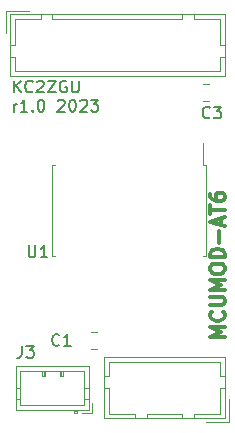
<source format=gbr>
%TF.GenerationSoftware,KiCad,Pcbnew,7.0.2*%
%TF.CreationDate,2023-05-24T14:34:07-04:00*%
%TF.ProjectId,mcumod-at6,6d63756d-6f64-42d6-9174-362e6b696361,rev?*%
%TF.SameCoordinates,Original*%
%TF.FileFunction,Legend,Top*%
%TF.FilePolarity,Positive*%
%FSLAX46Y46*%
G04 Gerber Fmt 4.6, Leading zero omitted, Abs format (unit mm)*
G04 Created by KiCad (PCBNEW 7.0.2) date 2023-05-24 14:34:07*
%MOMM*%
%LPD*%
G01*
G04 APERTURE LIST*
%ADD10C,0.150000*%
%ADD11C,0.300000*%
%ADD12C,0.120000*%
G04 APERTURE END LIST*
D10*
X101238095Y-107007619D02*
X101238095Y-106007619D01*
X101809523Y-107007619D02*
X101380952Y-106436190D01*
X101809523Y-106007619D02*
X101238095Y-106579047D01*
X102809523Y-106912380D02*
X102761904Y-106960000D01*
X102761904Y-106960000D02*
X102619047Y-107007619D01*
X102619047Y-107007619D02*
X102523809Y-107007619D01*
X102523809Y-107007619D02*
X102380952Y-106960000D01*
X102380952Y-106960000D02*
X102285714Y-106864761D01*
X102285714Y-106864761D02*
X102238095Y-106769523D01*
X102238095Y-106769523D02*
X102190476Y-106579047D01*
X102190476Y-106579047D02*
X102190476Y-106436190D01*
X102190476Y-106436190D02*
X102238095Y-106245714D01*
X102238095Y-106245714D02*
X102285714Y-106150476D01*
X102285714Y-106150476D02*
X102380952Y-106055238D01*
X102380952Y-106055238D02*
X102523809Y-106007619D01*
X102523809Y-106007619D02*
X102619047Y-106007619D01*
X102619047Y-106007619D02*
X102761904Y-106055238D01*
X102761904Y-106055238D02*
X102809523Y-106102857D01*
X103190476Y-106102857D02*
X103238095Y-106055238D01*
X103238095Y-106055238D02*
X103333333Y-106007619D01*
X103333333Y-106007619D02*
X103571428Y-106007619D01*
X103571428Y-106007619D02*
X103666666Y-106055238D01*
X103666666Y-106055238D02*
X103714285Y-106102857D01*
X103714285Y-106102857D02*
X103761904Y-106198095D01*
X103761904Y-106198095D02*
X103761904Y-106293333D01*
X103761904Y-106293333D02*
X103714285Y-106436190D01*
X103714285Y-106436190D02*
X103142857Y-107007619D01*
X103142857Y-107007619D02*
X103761904Y-107007619D01*
X104095238Y-106007619D02*
X104761904Y-106007619D01*
X104761904Y-106007619D02*
X104095238Y-107007619D01*
X104095238Y-107007619D02*
X104761904Y-107007619D01*
X105666666Y-106055238D02*
X105571428Y-106007619D01*
X105571428Y-106007619D02*
X105428571Y-106007619D01*
X105428571Y-106007619D02*
X105285714Y-106055238D01*
X105285714Y-106055238D02*
X105190476Y-106150476D01*
X105190476Y-106150476D02*
X105142857Y-106245714D01*
X105142857Y-106245714D02*
X105095238Y-106436190D01*
X105095238Y-106436190D02*
X105095238Y-106579047D01*
X105095238Y-106579047D02*
X105142857Y-106769523D01*
X105142857Y-106769523D02*
X105190476Y-106864761D01*
X105190476Y-106864761D02*
X105285714Y-106960000D01*
X105285714Y-106960000D02*
X105428571Y-107007619D01*
X105428571Y-107007619D02*
X105523809Y-107007619D01*
X105523809Y-107007619D02*
X105666666Y-106960000D01*
X105666666Y-106960000D02*
X105714285Y-106912380D01*
X105714285Y-106912380D02*
X105714285Y-106579047D01*
X105714285Y-106579047D02*
X105523809Y-106579047D01*
X106142857Y-106007619D02*
X106142857Y-106817142D01*
X106142857Y-106817142D02*
X106190476Y-106912380D01*
X106190476Y-106912380D02*
X106238095Y-106960000D01*
X106238095Y-106960000D02*
X106333333Y-107007619D01*
X106333333Y-107007619D02*
X106523809Y-107007619D01*
X106523809Y-107007619D02*
X106619047Y-106960000D01*
X106619047Y-106960000D02*
X106666666Y-106912380D01*
X106666666Y-106912380D02*
X106714285Y-106817142D01*
X106714285Y-106817142D02*
X106714285Y-106007619D01*
X101238095Y-108627619D02*
X101238095Y-107960952D01*
X101238095Y-108151428D02*
X101285714Y-108056190D01*
X101285714Y-108056190D02*
X101333333Y-108008571D01*
X101333333Y-108008571D02*
X101428571Y-107960952D01*
X101428571Y-107960952D02*
X101523809Y-107960952D01*
X102380952Y-108627619D02*
X101809524Y-108627619D01*
X102095238Y-108627619D02*
X102095238Y-107627619D01*
X102095238Y-107627619D02*
X102000000Y-107770476D01*
X102000000Y-107770476D02*
X101904762Y-107865714D01*
X101904762Y-107865714D02*
X101809524Y-107913333D01*
X102809524Y-108532380D02*
X102857143Y-108580000D01*
X102857143Y-108580000D02*
X102809524Y-108627619D01*
X102809524Y-108627619D02*
X102761905Y-108580000D01*
X102761905Y-108580000D02*
X102809524Y-108532380D01*
X102809524Y-108532380D02*
X102809524Y-108627619D01*
X103476190Y-107627619D02*
X103571428Y-107627619D01*
X103571428Y-107627619D02*
X103666666Y-107675238D01*
X103666666Y-107675238D02*
X103714285Y-107722857D01*
X103714285Y-107722857D02*
X103761904Y-107818095D01*
X103761904Y-107818095D02*
X103809523Y-108008571D01*
X103809523Y-108008571D02*
X103809523Y-108246666D01*
X103809523Y-108246666D02*
X103761904Y-108437142D01*
X103761904Y-108437142D02*
X103714285Y-108532380D01*
X103714285Y-108532380D02*
X103666666Y-108580000D01*
X103666666Y-108580000D02*
X103571428Y-108627619D01*
X103571428Y-108627619D02*
X103476190Y-108627619D01*
X103476190Y-108627619D02*
X103380952Y-108580000D01*
X103380952Y-108580000D02*
X103333333Y-108532380D01*
X103333333Y-108532380D02*
X103285714Y-108437142D01*
X103285714Y-108437142D02*
X103238095Y-108246666D01*
X103238095Y-108246666D02*
X103238095Y-108008571D01*
X103238095Y-108008571D02*
X103285714Y-107818095D01*
X103285714Y-107818095D02*
X103333333Y-107722857D01*
X103333333Y-107722857D02*
X103380952Y-107675238D01*
X103380952Y-107675238D02*
X103476190Y-107627619D01*
X104952381Y-107722857D02*
X105000000Y-107675238D01*
X105000000Y-107675238D02*
X105095238Y-107627619D01*
X105095238Y-107627619D02*
X105333333Y-107627619D01*
X105333333Y-107627619D02*
X105428571Y-107675238D01*
X105428571Y-107675238D02*
X105476190Y-107722857D01*
X105476190Y-107722857D02*
X105523809Y-107818095D01*
X105523809Y-107818095D02*
X105523809Y-107913333D01*
X105523809Y-107913333D02*
X105476190Y-108056190D01*
X105476190Y-108056190D02*
X104904762Y-108627619D01*
X104904762Y-108627619D02*
X105523809Y-108627619D01*
X106142857Y-107627619D02*
X106238095Y-107627619D01*
X106238095Y-107627619D02*
X106333333Y-107675238D01*
X106333333Y-107675238D02*
X106380952Y-107722857D01*
X106380952Y-107722857D02*
X106428571Y-107818095D01*
X106428571Y-107818095D02*
X106476190Y-108008571D01*
X106476190Y-108008571D02*
X106476190Y-108246666D01*
X106476190Y-108246666D02*
X106428571Y-108437142D01*
X106428571Y-108437142D02*
X106380952Y-108532380D01*
X106380952Y-108532380D02*
X106333333Y-108580000D01*
X106333333Y-108580000D02*
X106238095Y-108627619D01*
X106238095Y-108627619D02*
X106142857Y-108627619D01*
X106142857Y-108627619D02*
X106047619Y-108580000D01*
X106047619Y-108580000D02*
X106000000Y-108532380D01*
X106000000Y-108532380D02*
X105952381Y-108437142D01*
X105952381Y-108437142D02*
X105904762Y-108246666D01*
X105904762Y-108246666D02*
X105904762Y-108008571D01*
X105904762Y-108008571D02*
X105952381Y-107818095D01*
X105952381Y-107818095D02*
X106000000Y-107722857D01*
X106000000Y-107722857D02*
X106047619Y-107675238D01*
X106047619Y-107675238D02*
X106142857Y-107627619D01*
X106857143Y-107722857D02*
X106904762Y-107675238D01*
X106904762Y-107675238D02*
X107000000Y-107627619D01*
X107000000Y-107627619D02*
X107238095Y-107627619D01*
X107238095Y-107627619D02*
X107333333Y-107675238D01*
X107333333Y-107675238D02*
X107380952Y-107722857D01*
X107380952Y-107722857D02*
X107428571Y-107818095D01*
X107428571Y-107818095D02*
X107428571Y-107913333D01*
X107428571Y-107913333D02*
X107380952Y-108056190D01*
X107380952Y-108056190D02*
X106809524Y-108627619D01*
X106809524Y-108627619D02*
X107428571Y-108627619D01*
X107761905Y-107627619D02*
X108380952Y-107627619D01*
X108380952Y-107627619D02*
X108047619Y-108008571D01*
X108047619Y-108008571D02*
X108190476Y-108008571D01*
X108190476Y-108008571D02*
X108285714Y-108056190D01*
X108285714Y-108056190D02*
X108333333Y-108103809D01*
X108333333Y-108103809D02*
X108380952Y-108199047D01*
X108380952Y-108199047D02*
X108380952Y-108437142D01*
X108380952Y-108437142D02*
X108333333Y-108532380D01*
X108333333Y-108532380D02*
X108285714Y-108580000D01*
X108285714Y-108580000D02*
X108190476Y-108627619D01*
X108190476Y-108627619D02*
X107904762Y-108627619D01*
X107904762Y-108627619D02*
X107809524Y-108580000D01*
X107809524Y-108580000D02*
X107761905Y-108532380D01*
D11*
X119097023Y-127702380D02*
X117847023Y-127702380D01*
X117847023Y-127702380D02*
X118739880Y-127285714D01*
X118739880Y-127285714D02*
X117847023Y-126869047D01*
X117847023Y-126869047D02*
X119097023Y-126869047D01*
X118977976Y-125559524D02*
X119037500Y-125619048D01*
X119037500Y-125619048D02*
X119097023Y-125797619D01*
X119097023Y-125797619D02*
X119097023Y-125916667D01*
X119097023Y-125916667D02*
X119037500Y-126095238D01*
X119037500Y-126095238D02*
X118918452Y-126214286D01*
X118918452Y-126214286D02*
X118799404Y-126273809D01*
X118799404Y-126273809D02*
X118561309Y-126333333D01*
X118561309Y-126333333D02*
X118382738Y-126333333D01*
X118382738Y-126333333D02*
X118144642Y-126273809D01*
X118144642Y-126273809D02*
X118025595Y-126214286D01*
X118025595Y-126214286D02*
X117906547Y-126095238D01*
X117906547Y-126095238D02*
X117847023Y-125916667D01*
X117847023Y-125916667D02*
X117847023Y-125797619D01*
X117847023Y-125797619D02*
X117906547Y-125619048D01*
X117906547Y-125619048D02*
X117966071Y-125559524D01*
X117847023Y-125023809D02*
X118858928Y-125023809D01*
X118858928Y-125023809D02*
X118977976Y-124964286D01*
X118977976Y-124964286D02*
X119037500Y-124904762D01*
X119037500Y-124904762D02*
X119097023Y-124785714D01*
X119097023Y-124785714D02*
X119097023Y-124547619D01*
X119097023Y-124547619D02*
X119037500Y-124428571D01*
X119037500Y-124428571D02*
X118977976Y-124369048D01*
X118977976Y-124369048D02*
X118858928Y-124309524D01*
X118858928Y-124309524D02*
X117847023Y-124309524D01*
X119097023Y-123714285D02*
X117847023Y-123714285D01*
X117847023Y-123714285D02*
X118739880Y-123297619D01*
X118739880Y-123297619D02*
X117847023Y-122880952D01*
X117847023Y-122880952D02*
X119097023Y-122880952D01*
X117847023Y-122047619D02*
X117847023Y-121809524D01*
X117847023Y-121809524D02*
X117906547Y-121690476D01*
X117906547Y-121690476D02*
X118025595Y-121571429D01*
X118025595Y-121571429D02*
X118263690Y-121511905D01*
X118263690Y-121511905D02*
X118680357Y-121511905D01*
X118680357Y-121511905D02*
X118918452Y-121571429D01*
X118918452Y-121571429D02*
X119037500Y-121690476D01*
X119037500Y-121690476D02*
X119097023Y-121809524D01*
X119097023Y-121809524D02*
X119097023Y-122047619D01*
X119097023Y-122047619D02*
X119037500Y-122166667D01*
X119037500Y-122166667D02*
X118918452Y-122285714D01*
X118918452Y-122285714D02*
X118680357Y-122345238D01*
X118680357Y-122345238D02*
X118263690Y-122345238D01*
X118263690Y-122345238D02*
X118025595Y-122285714D01*
X118025595Y-122285714D02*
X117906547Y-122166667D01*
X117906547Y-122166667D02*
X117847023Y-122047619D01*
X119097023Y-120976190D02*
X117847023Y-120976190D01*
X117847023Y-120976190D02*
X117847023Y-120678571D01*
X117847023Y-120678571D02*
X117906547Y-120500000D01*
X117906547Y-120500000D02*
X118025595Y-120380952D01*
X118025595Y-120380952D02*
X118144642Y-120321429D01*
X118144642Y-120321429D02*
X118382738Y-120261905D01*
X118382738Y-120261905D02*
X118561309Y-120261905D01*
X118561309Y-120261905D02*
X118799404Y-120321429D01*
X118799404Y-120321429D02*
X118918452Y-120380952D01*
X118918452Y-120380952D02*
X119037500Y-120500000D01*
X119037500Y-120500000D02*
X119097023Y-120678571D01*
X119097023Y-120678571D02*
X119097023Y-120976190D01*
X118620833Y-119726190D02*
X118620833Y-118773810D01*
X118739880Y-118238095D02*
X118739880Y-117642857D01*
X119097023Y-118357143D02*
X117847023Y-117940476D01*
X117847023Y-117940476D02*
X119097023Y-117523810D01*
X117847023Y-117285714D02*
X117847023Y-116571428D01*
X119097023Y-116928571D02*
X117847023Y-116928571D01*
X117847023Y-115619047D02*
X117847023Y-115857142D01*
X117847023Y-115857142D02*
X117906547Y-115976190D01*
X117906547Y-115976190D02*
X117966071Y-116035714D01*
X117966071Y-116035714D02*
X118144642Y-116154761D01*
X118144642Y-116154761D02*
X118382738Y-116214285D01*
X118382738Y-116214285D02*
X118858928Y-116214285D01*
X118858928Y-116214285D02*
X118977976Y-116154761D01*
X118977976Y-116154761D02*
X119037500Y-116095238D01*
X119037500Y-116095238D02*
X119097023Y-115976190D01*
X119097023Y-115976190D02*
X119097023Y-115738095D01*
X119097023Y-115738095D02*
X119037500Y-115619047D01*
X119037500Y-115619047D02*
X118977976Y-115559523D01*
X118977976Y-115559523D02*
X118858928Y-115500000D01*
X118858928Y-115500000D02*
X118561309Y-115500000D01*
X118561309Y-115500000D02*
X118442261Y-115559523D01*
X118442261Y-115559523D02*
X118382738Y-115619047D01*
X118382738Y-115619047D02*
X118323214Y-115738095D01*
X118323214Y-115738095D02*
X118323214Y-115976190D01*
X118323214Y-115976190D02*
X118382738Y-116095238D01*
X118382738Y-116095238D02*
X118442261Y-116154761D01*
X118442261Y-116154761D02*
X118561309Y-116214285D01*
D10*
%TO.C,U1*%
X102488095Y-119962619D02*
X102488095Y-120772142D01*
X102488095Y-120772142D02*
X102535714Y-120867380D01*
X102535714Y-120867380D02*
X102583333Y-120915000D01*
X102583333Y-120915000D02*
X102678571Y-120962619D01*
X102678571Y-120962619D02*
X102869047Y-120962619D01*
X102869047Y-120962619D02*
X102964285Y-120915000D01*
X102964285Y-120915000D02*
X103011904Y-120867380D01*
X103011904Y-120867380D02*
X103059523Y-120772142D01*
X103059523Y-120772142D02*
X103059523Y-119962619D01*
X104059523Y-120962619D02*
X103488095Y-120962619D01*
X103773809Y-120962619D02*
X103773809Y-119962619D01*
X103773809Y-119962619D02*
X103678571Y-120105476D01*
X103678571Y-120105476D02*
X103583333Y-120200714D01*
X103583333Y-120200714D02*
X103488095Y-120248333D01*
%TO.C,J3*%
X101916666Y-128462619D02*
X101916666Y-129176904D01*
X101916666Y-129176904D02*
X101869047Y-129319761D01*
X101869047Y-129319761D02*
X101773809Y-129415000D01*
X101773809Y-129415000D02*
X101630952Y-129462619D01*
X101630952Y-129462619D02*
X101535714Y-129462619D01*
X102297619Y-128462619D02*
X102916666Y-128462619D01*
X102916666Y-128462619D02*
X102583333Y-128843571D01*
X102583333Y-128843571D02*
X102726190Y-128843571D01*
X102726190Y-128843571D02*
X102821428Y-128891190D01*
X102821428Y-128891190D02*
X102869047Y-128938809D01*
X102869047Y-128938809D02*
X102916666Y-129034047D01*
X102916666Y-129034047D02*
X102916666Y-129272142D01*
X102916666Y-129272142D02*
X102869047Y-129367380D01*
X102869047Y-129367380D02*
X102821428Y-129415000D01*
X102821428Y-129415000D02*
X102726190Y-129462619D01*
X102726190Y-129462619D02*
X102440476Y-129462619D01*
X102440476Y-129462619D02*
X102345238Y-129415000D01*
X102345238Y-129415000D02*
X102297619Y-129367380D01*
%TO.C,C3*%
X117833333Y-109117380D02*
X117785714Y-109165000D01*
X117785714Y-109165000D02*
X117642857Y-109212619D01*
X117642857Y-109212619D02*
X117547619Y-109212619D01*
X117547619Y-109212619D02*
X117404762Y-109165000D01*
X117404762Y-109165000D02*
X117309524Y-109069761D01*
X117309524Y-109069761D02*
X117261905Y-108974523D01*
X117261905Y-108974523D02*
X117214286Y-108784047D01*
X117214286Y-108784047D02*
X117214286Y-108641190D01*
X117214286Y-108641190D02*
X117261905Y-108450714D01*
X117261905Y-108450714D02*
X117309524Y-108355476D01*
X117309524Y-108355476D02*
X117404762Y-108260238D01*
X117404762Y-108260238D02*
X117547619Y-108212619D01*
X117547619Y-108212619D02*
X117642857Y-108212619D01*
X117642857Y-108212619D02*
X117785714Y-108260238D01*
X117785714Y-108260238D02*
X117833333Y-108307857D01*
X118166667Y-108212619D02*
X118785714Y-108212619D01*
X118785714Y-108212619D02*
X118452381Y-108593571D01*
X118452381Y-108593571D02*
X118595238Y-108593571D01*
X118595238Y-108593571D02*
X118690476Y-108641190D01*
X118690476Y-108641190D02*
X118738095Y-108688809D01*
X118738095Y-108688809D02*
X118785714Y-108784047D01*
X118785714Y-108784047D02*
X118785714Y-109022142D01*
X118785714Y-109022142D02*
X118738095Y-109117380D01*
X118738095Y-109117380D02*
X118690476Y-109165000D01*
X118690476Y-109165000D02*
X118595238Y-109212619D01*
X118595238Y-109212619D02*
X118309524Y-109212619D01*
X118309524Y-109212619D02*
X118214286Y-109165000D01*
X118214286Y-109165000D02*
X118166667Y-109117380D01*
%TO.C,C1*%
X105083333Y-128367380D02*
X105035714Y-128415000D01*
X105035714Y-128415000D02*
X104892857Y-128462619D01*
X104892857Y-128462619D02*
X104797619Y-128462619D01*
X104797619Y-128462619D02*
X104654762Y-128415000D01*
X104654762Y-128415000D02*
X104559524Y-128319761D01*
X104559524Y-128319761D02*
X104511905Y-128224523D01*
X104511905Y-128224523D02*
X104464286Y-128034047D01*
X104464286Y-128034047D02*
X104464286Y-127891190D01*
X104464286Y-127891190D02*
X104511905Y-127700714D01*
X104511905Y-127700714D02*
X104559524Y-127605476D01*
X104559524Y-127605476D02*
X104654762Y-127510238D01*
X104654762Y-127510238D02*
X104797619Y-127462619D01*
X104797619Y-127462619D02*
X104892857Y-127462619D01*
X104892857Y-127462619D02*
X105035714Y-127510238D01*
X105035714Y-127510238D02*
X105083333Y-127557857D01*
X106035714Y-128462619D02*
X105464286Y-128462619D01*
X105750000Y-128462619D02*
X105750000Y-127462619D01*
X105750000Y-127462619D02*
X105654762Y-127605476D01*
X105654762Y-127605476D02*
X105559524Y-127700714D01*
X105559524Y-127700714D02*
X105464286Y-127748333D01*
D12*
%TO.C,U1*%
X117510000Y-117000000D02*
X117510000Y-113140000D01*
X104490000Y-117000000D02*
X104490000Y-113140000D01*
X104490000Y-117000000D02*
X104490000Y-120860000D01*
X104490000Y-113140000D02*
X104725000Y-113140000D01*
X117275000Y-113140000D02*
X117275000Y-111325000D01*
X117510000Y-113140000D02*
X117275000Y-113140000D01*
X104490000Y-120860000D02*
X104725000Y-120860000D01*
X117510000Y-120860000D02*
X117275000Y-120860000D01*
X117510000Y-117000000D02*
X117510000Y-120860000D01*
%TO.C,J2*%
X112500000Y-134200000D02*
X112500000Y-134600000D01*
X111500000Y-134200000D02*
X111500000Y-134600000D01*
X118700000Y-131000000D02*
X118700000Y-129800000D01*
X115500000Y-134600000D02*
X115500000Y-134200000D01*
X118700000Y-129800000D02*
X109300000Y-129800000D01*
X108900000Y-132000000D02*
X109300000Y-132000000D01*
X109300000Y-129800000D02*
X109300000Y-131000000D01*
X118700000Y-132000000D02*
X118700000Y-134200000D01*
X109300000Y-132000000D02*
X109300000Y-134200000D01*
X116500000Y-134200000D02*
X116500000Y-134600000D01*
X108900000Y-134600000D02*
X119100000Y-134600000D01*
X119100000Y-129400000D02*
X108900000Y-129400000D01*
X109300000Y-131000000D02*
X108900000Y-131000000D01*
X119410000Y-133000000D02*
X119410000Y-134910000D01*
X115500000Y-134200000D02*
X112500000Y-134200000D01*
X118700000Y-134200000D02*
X116500000Y-134200000D01*
X119100000Y-131000000D02*
X118700000Y-131000000D01*
X119100000Y-132000000D02*
X118700000Y-132000000D01*
X108900000Y-129400000D02*
X108900000Y-134600000D01*
X119100000Y-134600000D02*
X119100000Y-129400000D01*
X109300000Y-134200000D02*
X111500000Y-134200000D01*
X119410000Y-134910000D02*
X117500000Y-134910000D01*
%TO.C,J3*%
X107610000Y-133910000D02*
X107610000Y-130190000D01*
X107610000Y-130190000D02*
X101390000Y-130190000D01*
X101390000Y-130190000D02*
X101390000Y-133910000D01*
X101390000Y-133910000D02*
X107610000Y-133910000D01*
X106300000Y-133910000D02*
X106300000Y-134110000D01*
X106300000Y-134110000D02*
X106600000Y-134110000D01*
X106600000Y-134110000D02*
X106600000Y-133910000D01*
X106300000Y-134010000D02*
X106600000Y-134010000D01*
X107210000Y-133510000D02*
X107210000Y-130590000D01*
X107210000Y-130590000D02*
X101790000Y-130590000D01*
X101790000Y-130590000D02*
X101790000Y-133510000D01*
X101790000Y-133510000D02*
X107210000Y-133510000D01*
X107610000Y-133000000D02*
X107210000Y-133000000D01*
X107610000Y-132000000D02*
X107210000Y-132000000D01*
X101390000Y-133000000D02*
X101790000Y-133000000D01*
X101390000Y-132000000D02*
X101790000Y-132000000D01*
X105350000Y-130590000D02*
X105350000Y-130990000D01*
X105350000Y-130990000D02*
X105150000Y-130990000D01*
X105150000Y-130990000D02*
X105150000Y-130590000D01*
X105250000Y-130590000D02*
X105250000Y-130990000D01*
X103850000Y-130590000D02*
X103850000Y-130990000D01*
X103850000Y-130990000D02*
X103650000Y-130990000D01*
X103650000Y-130990000D02*
X103650000Y-130590000D01*
X103750000Y-130590000D02*
X103750000Y-130990000D01*
X107010000Y-134110000D02*
X107810000Y-134110000D01*
X107810000Y-134110000D02*
X107810000Y-133310000D01*
%TO.C,J1*%
X103500000Y-100800000D02*
X103500000Y-100400000D01*
X118700000Y-105200000D02*
X118700000Y-104000000D01*
X101300000Y-100800000D02*
X103500000Y-100800000D01*
X100590000Y-100090000D02*
X102500000Y-100090000D01*
X119100000Y-103000000D02*
X118700000Y-103000000D01*
X118700000Y-104000000D02*
X119100000Y-104000000D01*
X116500000Y-100800000D02*
X116500000Y-100400000D01*
X115500000Y-100800000D02*
X115500000Y-100400000D01*
X118700000Y-100800000D02*
X116500000Y-100800000D01*
X101300000Y-105200000D02*
X118700000Y-105200000D01*
X104500000Y-100800000D02*
X115500000Y-100800000D01*
X100900000Y-105600000D02*
X119100000Y-105600000D01*
X100900000Y-100400000D02*
X100900000Y-105600000D01*
X118700000Y-103000000D02*
X118700000Y-100800000D01*
X104500000Y-100400000D02*
X104500000Y-100800000D01*
X101300000Y-104000000D02*
X101300000Y-105200000D01*
X101300000Y-103000000D02*
X101300000Y-100800000D01*
X100590000Y-102000000D02*
X100590000Y-100090000D01*
X119100000Y-100400000D02*
X100900000Y-100400000D01*
X100900000Y-104000000D02*
X101300000Y-104000000D01*
X100900000Y-103000000D02*
X101300000Y-103000000D01*
X119100000Y-105600000D02*
X119100000Y-100400000D01*
%TO.C,C3*%
X117238748Y-106265000D02*
X117761252Y-106265000D01*
X117238748Y-107735000D02*
X117761252Y-107735000D01*
%TO.C,C1*%
X107738748Y-127265000D02*
X108261252Y-127265000D01*
X107738748Y-128735000D02*
X108261252Y-128735000D01*
%TD*%
M02*

</source>
